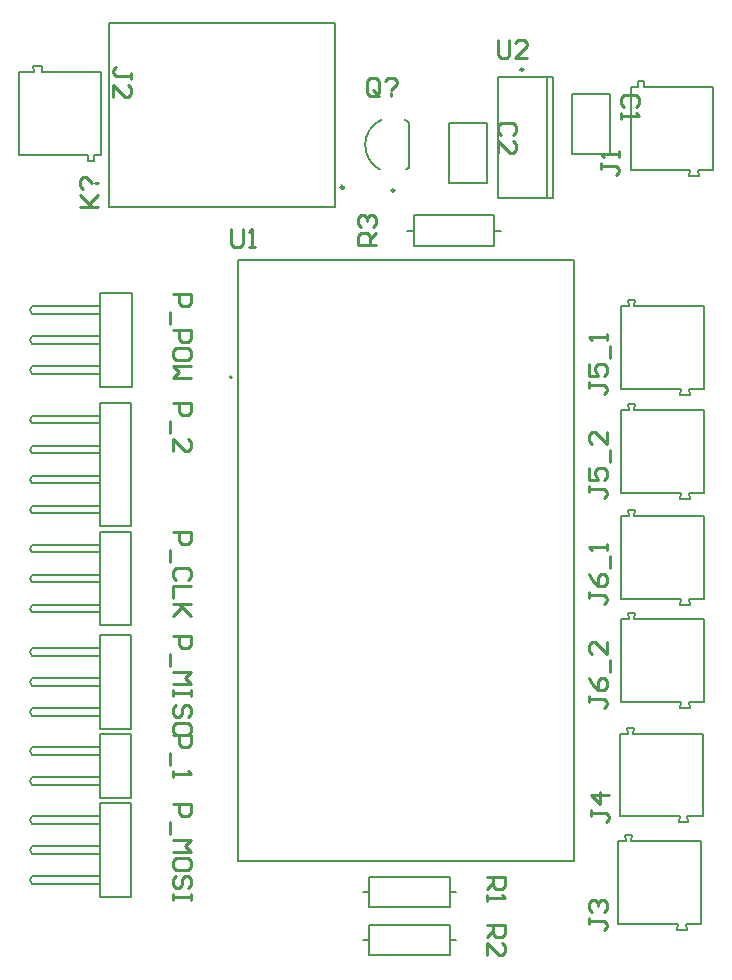
<source format=gbr>
%TF.GenerationSoftware,Altium Limited,Altium Designer,22.5.1 (42)*%
G04 Layer_Color=65535*
%FSLAX45Y45*%
%MOMM*%
%TF.SameCoordinates,0F5D3445-5268-4BF5-932C-448DE224A770*%
%TF.FilePolarity,Positive*%
%TF.FileFunction,Legend,Top*%
%TF.Part,Single*%
G01*
G75*
%TA.AperFunction,NonConductor*%
%ADD45C,0.30000*%
%ADD46C,0.25000*%
%ADD47C,0.20000*%
%ADD48C,0.12700*%
%ADD49C,0.25400*%
D45*
X8586500Y9891000D02*
G03*
X8586500Y9891000I-10000J0D01*
G01*
D46*
X10109000Y10887400D02*
G03*
X10109000Y10887400I-12500J0D01*
G01*
X9016800Y9863900D02*
G03*
X9016800Y9863900I-12500J0D01*
G01*
D47*
X7641200Y8282500D02*
G03*
X7641200Y8282500I-10000J0D01*
G01*
X8904873Y10461830D02*
G03*
X8894300Y10041234I99427J-212930D01*
G01*
X9137802Y10442299D02*
G03*
X9103690Y10461849I-133502J-193399D01*
G01*
X9114264Y10041214D02*
G03*
X9137802Y10055501I-109964J207686D01*
G01*
X6419997Y10115591D02*
X6424900Y10165598D01*
X6469903D02*
X6474805Y10115591D01*
X6419901Y10115601D02*
X6474902D01*
X6534902Y10165598D02*
Y10865602D01*
X5834898D02*
X5964900D01*
X5834898Y10165598D02*
Y10865602D01*
X6469903Y10165598D02*
X6534902D01*
X5834898D02*
X6424900D01*
X5957072Y10915599D02*
X6036899D01*
X5957072D02*
X5964900Y10865602D01*
X6029904D02*
X6534902D01*
X6029945Y10865470D02*
X6036899Y10915599D01*
X9180300Y9395000D02*
X9860300D01*
X9180300D02*
Y9655000D01*
X9860300D01*
Y9395000D02*
Y9655000D01*
Y9525000D02*
X9917800D01*
X9122800D02*
X9180300D01*
X11514499Y9988600D02*
X11521459Y10038729D01*
X11016501Y10038597D02*
X11521499D01*
X11586498D02*
X11594326Y9988600D01*
X11514499D02*
X11594326D01*
X11126499Y10738601D02*
X11716500D01*
X11016501D02*
X11081500D01*
X11716500Y10038597D02*
Y10738601D01*
X11586498Y10038597D02*
X11716500D01*
X11016501D02*
Y10738601D01*
X11076501Y10788598D02*
X11131497D01*
X11076593Y10788608D02*
X11081500Y10738601D01*
X11126499D02*
X11131401Y10788608D01*
X10839450Y10172700D02*
Y10680700D01*
X10521950Y10172700D02*
X10839450D01*
X10521950D02*
Y10680700D01*
X10839450D01*
X9892502Y10822402D02*
X10362499D01*
X9892502Y9802398D02*
X10362499D01*
X9892502D02*
Y10822402D01*
X10362499Y9802398D02*
Y10822402D01*
X10312502Y9802398D02*
Y10822402D01*
X9798050Y9931400D02*
Y10439400D01*
X9480550Y9931400D02*
X9798050D01*
X9480550D02*
Y10439400D01*
X9798050D01*
X6520300Y4722100D02*
X6789300D01*
X6520300D02*
Y5260100D01*
X6789300D01*
Y4722100D02*
Y5260100D01*
X5947800Y4896100D02*
X6520300D01*
X5947800Y4832100D02*
X6520300D01*
X5927800Y4864100D02*
X5947800Y4896100D01*
X5927800Y4864100D02*
X5947800Y4832100D01*
Y5150100D02*
X6520300D01*
X5947800Y5086100D02*
X6520300D01*
X5927800Y5118100D02*
X5947800Y5150100D01*
X5927800Y5118100D02*
X5947800Y5086100D01*
X5930200Y8851900D02*
X5950200Y8819900D01*
X5930200Y8851900D02*
X5950200Y8883900D01*
Y8819900D02*
X6522700D01*
X5950200Y8883900D02*
X6522700D01*
Y8201900D02*
X6791700D01*
X6522700D02*
Y8993900D01*
X6791700D01*
Y8201900D02*
Y8993900D01*
X5950200Y8375900D02*
X6522700D01*
X5950200Y8311900D02*
X6522700D01*
X5930200Y8343900D02*
X5950200Y8375900D01*
X5930200Y8343900D02*
X5950200Y8311900D01*
Y8629900D02*
X6522700D01*
X5950200Y8565900D02*
X6522700D01*
X5930200Y8597900D02*
X5950200Y8629900D01*
X5930200Y8597900D02*
X5950200Y8565900D01*
X5927800Y4533900D02*
X5947800Y4501900D01*
X5927800Y4533900D02*
X5947800Y4565900D01*
Y4501900D02*
X6520300D01*
X5947800Y4565900D02*
X6520300D01*
Y3883900D02*
X6789300D01*
X6520300D02*
Y4675900D01*
X6789300D01*
Y3883900D02*
Y4675900D01*
X5947800Y4057900D02*
X6520300D01*
X5947800Y3993900D02*
X6520300D01*
X5927800Y4025900D02*
X5947800Y4057900D01*
X5927800Y4025900D02*
X5947800Y3993900D01*
Y4311900D02*
X6520300D01*
X5947800Y4247900D02*
X6520300D01*
X5927800Y4279900D02*
X5947800Y4311900D01*
X5927800Y4279900D02*
X5947800Y4247900D01*
X5927800Y6832600D02*
X5947800Y6800600D01*
X5927800Y6832600D02*
X5947800Y6864600D01*
Y6800600D02*
X6520300D01*
X5947800Y6864600D02*
X6520300D01*
Y6182600D02*
X6789300D01*
X6520300D02*
Y6974600D01*
X6789300D01*
Y6182600D02*
Y6974600D01*
X5947800Y6356600D02*
X6520300D01*
X5947800Y6292600D02*
X6520300D01*
X5927800Y6324600D02*
X5947800Y6356600D01*
X5927800Y6324600D02*
X5947800Y6292600D01*
Y6610600D02*
X6520300D01*
X5947800Y6546600D02*
X6520300D01*
X5927800Y6578600D02*
X5947800Y6610600D01*
X5927800Y6578600D02*
X5947800Y6546600D01*
X5927800Y5956300D02*
X5947800Y5924300D01*
X5927800Y5956300D02*
X5947800Y5988300D01*
Y5924300D02*
X6520300D01*
X5947800Y5988300D02*
X6520300D01*
Y5306300D02*
X6789300D01*
X6520300D02*
Y6098300D01*
X6789300D01*
Y5306300D02*
Y6098300D01*
X5947800Y5480300D02*
X6520300D01*
X5947800Y5416300D02*
X6520300D01*
X5927800Y5448300D02*
X5947800Y5480300D01*
X5927800Y5448300D02*
X5947800Y5416300D01*
Y5734300D02*
X6520300D01*
X5947800Y5670300D02*
X6520300D01*
X5927800Y5702300D02*
X5947800Y5734300D01*
X5927800Y5702300D02*
X5947800Y5670300D01*
X5927800Y7924800D02*
X5947800Y7892800D01*
X5927800Y7924800D02*
X5947800Y7956800D01*
Y7892800D02*
X6520300D01*
X5947800Y7956800D02*
X6520300D01*
X5927800Y7416800D02*
X5947800Y7384800D01*
X5927800Y7416800D02*
X5947800Y7448800D01*
Y7384800D02*
X6520300D01*
X5947800Y7448800D02*
X6520300D01*
X5927800Y7162800D02*
X5947800Y7130800D01*
X5927800Y7162800D02*
X5947800Y7194800D01*
Y7130800D02*
X6520300D01*
X5947800Y7194800D02*
X6520300D01*
X6789300Y7020800D02*
Y8066800D01*
X6520300D02*
X6789300D01*
X6520300Y7020800D02*
Y8066800D01*
Y7020800D02*
X6789300D01*
X5947800Y7702800D02*
X6520300D01*
X5947800Y7638800D02*
X6520300D01*
X5927800Y7670800D02*
X5947800Y7702800D01*
X5927800Y7670800D02*
X5947800Y7638800D01*
X9137802Y10055499D02*
Y10442301D01*
X11410198Y3603300D02*
X11417158Y3653429D01*
X10912201Y3653297D02*
X11417198D01*
X11482197D02*
X11490025Y3603300D01*
X11410198D02*
X11490025D01*
X11022198Y4353296D02*
X11612199D01*
X10912201D02*
X10977199D01*
X11612199Y3653297D02*
Y4353296D01*
X11482197Y3653297D02*
X11612199D01*
X10912201D02*
Y4353296D01*
X10972201Y4403298D02*
X11027197D01*
X10972292Y4403308D02*
X10977199Y4353296D01*
X11022198D02*
X11027100Y4403308D01*
X11425601Y4514901D02*
X11432555Y4565030D01*
X10927598Y4564898D02*
X11432596D01*
X11497600D02*
X11505428Y4514901D01*
X11425601D02*
X11505428D01*
X11037600Y5264902D02*
X11627602D01*
X10927598D02*
X10992597D01*
X11627602Y4564898D02*
Y5264902D01*
X11497600Y4564898D02*
X11627602D01*
X10927598D02*
Y5264902D01*
X10987598Y5314899D02*
X11042599D01*
X10987695Y5314909D02*
X10992597Y5264902D01*
X11037600D02*
X11042503Y5314909D01*
X11435598Y7255302D02*
X11442558Y7305431D01*
X10937601Y7305299D02*
X11442598D01*
X11507597D02*
X11515425Y7255302D01*
X11435598D02*
X11515425D01*
X11047598Y8005298D02*
X11637599D01*
X10937601D02*
X11002599D01*
X11637599Y7305299D02*
Y8005298D01*
X11507597Y7305299D02*
X11637599D01*
X10937601D02*
Y8005298D01*
X10997601Y8055300D02*
X11052597D01*
X10997692Y8055310D02*
X11002599Y8005298D01*
X11047598D02*
X11052500Y8055310D01*
X11435598Y8134401D02*
X11442558Y8184530D01*
X10937601Y8184398D02*
X11442598D01*
X11507597D02*
X11515425Y8134401D01*
X11435598D02*
X11515425D01*
X11047598Y8884402D02*
X11637599D01*
X10937601D02*
X11002599D01*
X11637599Y8184398D02*
Y8884402D01*
X11507597Y8184398D02*
X11637599D01*
X10937601D02*
Y8884402D01*
X10997601Y8934399D02*
X11052597D01*
X10997692Y8934409D02*
X11002599Y8884402D01*
X11047598D02*
X11052500Y8934409D01*
X11435598Y6356401D02*
X11442558Y6406530D01*
X10937601Y6406398D02*
X11442598D01*
X11507597D02*
X11515425Y6356401D01*
X11435598D02*
X11515425D01*
X11047598Y7106402D02*
X11637599D01*
X10937601D02*
X11002599D01*
X11637599Y6406398D02*
Y7106402D01*
X11507597Y6406398D02*
X11637599D01*
X10937601D02*
Y7106402D01*
X10997601Y7156399D02*
X11052597D01*
X10997692Y7156409D02*
X11002599Y7106402D01*
X11047598D02*
X11052500Y7156409D01*
X11435598Y5482900D02*
X11442558Y5533029D01*
X10937601Y5532897D02*
X11442598D01*
X11507597D02*
X11515425Y5482900D01*
X11435598D02*
X11515425D01*
X11047598Y6232901D02*
X11637599D01*
X10937601D02*
X11002599D01*
X11637599Y5532897D02*
Y6232901D01*
X11507597Y5532897D02*
X11637599D01*
X10937601D02*
Y6232901D01*
X10997601Y6282898D02*
X11052597D01*
X10997692Y6282908D02*
X11002599Y6232901D01*
X11047598D02*
X11052500Y6282908D01*
X9483999Y3517900D02*
X9541500D01*
X8746500D02*
X8804001D01*
Y3387898D02*
Y3647902D01*
Y3387898D02*
X9483999D01*
Y3647902D01*
X8804001D02*
X9483999D01*
Y3924300D02*
X9541500D01*
X8746500D02*
X8804001D01*
Y3794298D02*
Y4054302D01*
Y3794298D02*
X9483999D01*
Y4054302D01*
X8804001D02*
X9483999D01*
D48*
X8511499Y9727900D02*
Y11277900D01*
X6601501Y9727900D02*
X8511499D01*
X6601501D02*
Y11277900D01*
X8511499D01*
X10539202Y4183502D02*
Y9278498D01*
X7688199Y4183502D02*
X10539202D01*
X7688199Y9278498D02*
X10539202D01*
X7688199Y4183502D02*
Y9278498D01*
X8795101D01*
X9466199D01*
X10539202D01*
X7688199Y4183502D02*
Y9278498D01*
X10539202Y4183502D02*
Y9278498D01*
X7688199Y4183502D02*
X8225201D01*
X9994199D01*
X10539202D01*
D49*
X7141070Y8990330D02*
X7293421D01*
Y8914155D01*
X7268029Y8888763D01*
X7217245D01*
X7191854Y8914155D01*
Y8990330D01*
X7115678Y8837979D02*
Y8736412D01*
X7141070Y8685629D02*
X7293421D01*
Y8609453D01*
X7268029Y8584061D01*
X7217245D01*
X7191854Y8609453D01*
Y8685629D01*
X7293421Y8457102D02*
Y8507886D01*
X7268029Y8533278D01*
X7166462D01*
X7141070Y8507886D01*
Y8457102D01*
X7166462Y8431711D01*
X7268029D01*
X7293421Y8457102D01*
Y8380927D02*
X7141070D01*
X7191854Y8330144D01*
X7141070Y8279360D01*
X7293421D01*
X7138670Y4672330D02*
X7291021D01*
Y4596155D01*
X7265629Y4570763D01*
X7214845D01*
X7189453Y4596155D01*
Y4672330D01*
X7113278Y4519979D02*
Y4418412D01*
X7138670Y4367629D02*
X7291021D01*
X7240237Y4316845D01*
X7291021Y4266061D01*
X7138670D01*
X7291021Y4139102D02*
Y4189886D01*
X7265629Y4215278D01*
X7164062D01*
X7138670Y4189886D01*
Y4139102D01*
X7164062Y4113711D01*
X7265629D01*
X7291021Y4139102D01*
X7265629Y3961360D02*
X7291021Y3986752D01*
Y4037535D01*
X7265629Y4062927D01*
X7240237D01*
X7214845Y4037535D01*
Y3986752D01*
X7189453Y3961360D01*
X7164062D01*
X7138670Y3986752D01*
Y4037535D01*
X7164062Y4062927D01*
X7291021Y3910576D02*
Y3859793D01*
Y3885185D01*
X7138670D01*
Y3910576D01*
Y3859793D01*
Y6094730D02*
X7291021D01*
Y6018555D01*
X7265629Y5993163D01*
X7214845D01*
X7189453Y6018555D01*
Y6094730D01*
X7113278Y5942379D02*
Y5840812D01*
X7138670Y5790029D02*
X7291021D01*
X7240237Y5739245D01*
X7291021Y5688461D01*
X7138670D01*
X7291021Y5637678D02*
Y5586894D01*
Y5612286D01*
X7138670D01*
Y5637678D01*
Y5586894D01*
X7265629Y5409152D02*
X7291021Y5434544D01*
Y5485327D01*
X7265629Y5510719D01*
X7240237D01*
X7214845Y5485327D01*
Y5434544D01*
X7189453Y5409152D01*
X7164062D01*
X7138670Y5434544D01*
Y5485327D01*
X7164062Y5510719D01*
X7291021Y5282193D02*
Y5332976D01*
X7265629Y5358368D01*
X7164062D01*
X7138670Y5332976D01*
Y5282193D01*
X7164062Y5256801D01*
X7265629D01*
X7291021Y5282193D01*
X7138670Y6971030D02*
X7291021D01*
Y6894855D01*
X7265629Y6869463D01*
X7214845D01*
X7189453Y6894855D01*
Y6971030D01*
X7113278Y6818679D02*
Y6717112D01*
X7265629Y6564761D02*
X7291021Y6590153D01*
Y6640937D01*
X7265629Y6666329D01*
X7164062D01*
X7138670Y6640937D01*
Y6590153D01*
X7164062Y6564761D01*
X7291021Y6513978D02*
X7138670D01*
Y6412411D01*
X7291021Y6361627D02*
X7138670D01*
X7189453D01*
X7291021Y6260060D01*
X7214845Y6336235D01*
X7138670Y6260060D01*
Y8063230D02*
X7291021D01*
Y7987055D01*
X7265629Y7961663D01*
X7214845D01*
X7189453Y7987055D01*
Y8063230D01*
X7113278Y7910879D02*
Y7809312D01*
X7138670Y7656961D02*
Y7758529D01*
X7240237Y7656961D01*
X7265629D01*
X7291021Y7682353D01*
Y7733137D01*
X7265629Y7758529D01*
X7138670Y5256530D02*
X7291021D01*
Y5180355D01*
X7265629Y5154963D01*
X7214845D01*
X7189453Y5180355D01*
Y5256530D01*
X7113278Y5104179D02*
Y5002612D01*
X7138670Y4951829D02*
Y4901045D01*
Y4926437D01*
X7291021D01*
X7265629Y4951829D01*
X8861170Y9399270D02*
X8708819D01*
Y9475445D01*
X8734211Y9500837D01*
X8784995D01*
X8810386Y9475445D01*
Y9399270D01*
Y9450053D02*
X8861170Y9500837D01*
X8734211Y9551621D02*
X8708819Y9577013D01*
Y9627796D01*
X8734211Y9653188D01*
X8759603D01*
X8784995Y9627796D01*
Y9602404D01*
Y9627796D01*
X8810386Y9653188D01*
X8835778D01*
X8861170Y9627796D01*
Y9577013D01*
X8835778Y9551621D01*
X10021529Y10331483D02*
X10046921Y10356875D01*
Y10407658D01*
X10021529Y10433050D01*
X9919962D01*
X9894570Y10407658D01*
Y10356875D01*
X9919962Y10331483D01*
X9894570Y10179132D02*
Y10280699D01*
X9996137Y10179132D01*
X10021529D01*
X10046921Y10204524D01*
Y10255307D01*
X10021529Y10280699D01*
X11062929Y10572783D02*
X11088321Y10598175D01*
Y10648958D01*
X11062929Y10674350D01*
X10961362D01*
X10935970Y10648958D01*
Y10598175D01*
X10961362Y10572783D01*
X10935970Y10521999D02*
Y10471216D01*
Y10496607D01*
X11088321D01*
X11062929Y10521999D01*
X9803130Y3643630D02*
X9955481D01*
Y3567455D01*
X9930089Y3542063D01*
X9879305D01*
X9853913Y3567455D01*
Y3643630D01*
Y3592847D02*
X9803130Y3542063D01*
Y3389712D02*
Y3491279D01*
X9904697Y3389712D01*
X9930089D01*
X9955481Y3415104D01*
Y3465887D01*
X9930089Y3491279D01*
X9803130Y4050030D02*
X9955481D01*
Y3973855D01*
X9930089Y3948463D01*
X9879305D01*
X9853913Y3973855D01*
Y4050030D01*
Y3999247D02*
X9803130Y3948463D01*
Y3897679D02*
Y3846896D01*
Y3872287D01*
X9955481D01*
X9930089Y3897679D01*
X10661538Y5586956D02*
Y5536172D01*
Y5561564D01*
X10788497D01*
X10813889Y5536172D01*
Y5510781D01*
X10788497Y5485389D01*
X10661538Y5739307D02*
X10686930Y5688523D01*
X10737714Y5637740D01*
X10788497D01*
X10813889Y5663131D01*
Y5713915D01*
X10788497Y5739307D01*
X10763105D01*
X10737714Y5713915D01*
Y5637740D01*
X10839281Y5790090D02*
Y5891658D01*
X10813889Y6044008D02*
Y5942441D01*
X10712322Y6044008D01*
X10686930D01*
X10661538Y6018616D01*
Y5967833D01*
X10686930Y5942441D01*
X10661538Y6460457D02*
Y6409673D01*
Y6435065D01*
X10788497D01*
X10813889Y6409673D01*
Y6384282D01*
X10788497Y6358890D01*
X10661538Y6612808D02*
X10686930Y6562024D01*
X10737714Y6511241D01*
X10788497D01*
X10813889Y6536633D01*
Y6587416D01*
X10788497Y6612808D01*
X10763106D01*
X10737714Y6587416D01*
Y6511241D01*
X10839281Y6663591D02*
Y6765159D01*
X10813889Y6815942D02*
Y6866726D01*
Y6841334D01*
X10661538D01*
X10686930Y6815942D01*
X10661538Y7359357D02*
Y7308573D01*
Y7333965D01*
X10788497D01*
X10813889Y7308573D01*
Y7283182D01*
X10788497Y7257790D01*
X10661538Y7511708D02*
Y7410141D01*
X10737714D01*
X10712322Y7460924D01*
Y7486316D01*
X10737714Y7511708D01*
X10788497D01*
X10813889Y7486316D01*
Y7435532D01*
X10788497Y7410141D01*
X10839281Y7562491D02*
Y7664059D01*
X10813889Y7816409D02*
Y7714842D01*
X10712322Y7816409D01*
X10686930D01*
X10661538Y7791017D01*
Y7740234D01*
X10686930Y7714842D01*
X10661538Y8238457D02*
Y8187673D01*
Y8213065D01*
X10788497D01*
X10813889Y8187673D01*
Y8162282D01*
X10788497Y8136890D01*
X10661538Y8390808D02*
Y8289241D01*
X10737714D01*
X10712322Y8340024D01*
Y8365416D01*
X10737714Y8390808D01*
X10788497D01*
X10813889Y8365416D01*
Y8314633D01*
X10788497Y8289241D01*
X10839281Y8441591D02*
Y8543159D01*
X10813889Y8593942D02*
Y8644726D01*
Y8619334D01*
X10661538D01*
X10686930Y8593942D01*
X10676939Y4618957D02*
Y4568173D01*
Y4593565D01*
X10803898D01*
X10829290Y4568173D01*
Y4542782D01*
X10803898Y4517390D01*
X10829290Y4745916D02*
X10676939D01*
X10753115Y4669741D01*
Y4771308D01*
X10661538Y3707355D02*
Y3656572D01*
Y3681963D01*
X10788497D01*
X10813889Y3656572D01*
Y3631180D01*
X10788497Y3605788D01*
X10686930Y3758139D02*
X10661538Y3783531D01*
Y3834314D01*
X10686930Y3859706D01*
X10712322D01*
X10737714Y3834314D01*
Y3808922D01*
Y3834314D01*
X10763106Y3859706D01*
X10788497D01*
X10813889Y3834314D01*
Y3783531D01*
X10788497Y3758139D01*
X6785561Y10811543D02*
Y10862327D01*
Y10836935D01*
X6658602D01*
X6633210Y10862327D01*
Y10887718D01*
X6658602Y10913110D01*
X6633210Y10659192D02*
Y10760759D01*
X6734777Y10659192D01*
X6760169D01*
X6785561Y10684584D01*
Y10735367D01*
X6760169Y10760759D01*
X10765839Y10092657D02*
Y10041873D01*
Y10067265D01*
X10892798D01*
X10918190Y10041873D01*
Y10016482D01*
X10892798Y9991090D01*
X10918190Y10143441D02*
Y10194224D01*
Y10168833D01*
X10765839D01*
X10791231Y10143441D01*
X9889490Y11141661D02*
Y11014702D01*
X9914882Y10989310D01*
X9965665D01*
X9991057Y11014702D01*
Y11141661D01*
X10143408Y10989310D02*
X10041841D01*
X10143408Y11090877D01*
Y11116269D01*
X10118016Y11141661D01*
X10067233D01*
X10041841Y11116269D01*
X7636650Y9533841D02*
Y9406882D01*
X7662042Y9381490D01*
X7712825D01*
X7738217Y9406882D01*
Y9533841D01*
X7789001Y9381490D02*
X7839784D01*
X7814393D01*
Y9533841D01*
X7789001Y9508449D01*
X8883617Y10692122D02*
Y10793689D01*
X8858225Y10819081D01*
X8807442D01*
X8782050Y10793689D01*
Y10692122D01*
X8807442Y10666730D01*
X8858225D01*
X8832833Y10717513D02*
X8883617Y10666730D01*
X8858225D02*
X8883617Y10692122D01*
X8934401Y10793689D02*
X8959793Y10819081D01*
X9010576D01*
X9035968Y10793689D01*
Y10768297D01*
X8985184Y10717513D01*
Y10692122D02*
Y10666730D01*
X6351319Y9721850D02*
X6503670D01*
X6452887D01*
X6351319Y9823417D01*
X6427495Y9747242D01*
X6503670Y9823417D01*
X6376711Y9874201D02*
X6351319Y9899593D01*
Y9950376D01*
X6376711Y9975768D01*
X6402103D01*
X6452887Y9924984D01*
X6478278D02*
X6503670D01*
%TF.MD5,8486950527c6be3dbfcbeda8590bef10*%
M02*

</source>
